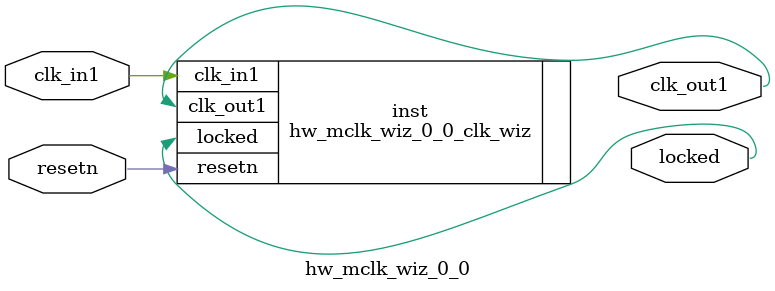
<source format=v>


`timescale 1ps/1ps

(* CORE_GENERATION_INFO = "hw_mclk_wiz_0_0,clk_wiz_v6_0_14_0_0,{component_name=hw_mclk_wiz_0_0,use_phase_alignment=false,use_min_o_jitter=false,use_max_i_jitter=false,use_dyn_phase_shift=false,use_inclk_switchover=false,use_dyn_reconfig=false,enable_axi=0,feedback_source=FDBK_AUTO,PRIMITIVE=MMCM,num_out_clk=1,clkin1_period=10.000,clkin2_period=10.000,use_power_down=false,use_reset=true,use_locked=true,use_inclk_stopped=false,feedback_type=SINGLE,CLOCK_MGR_TYPE=NA,manual_override=false}" *)

module hw_mclk_wiz_0_0 
 (
  // Clock out ports
  output        clk_out1,
  // Status and control signals
  input         resetn,
  output        locked,
 // Clock in ports
  input         clk_in1
 );

  hw_mclk_wiz_0_0_clk_wiz inst
  (
  // Clock out ports  
  .clk_out1(clk_out1),
  // Status and control signals               
  .resetn(resetn), 
  .locked(locked),
 // Clock in ports
  .clk_in1(clk_in1)
  );

endmodule

</source>
